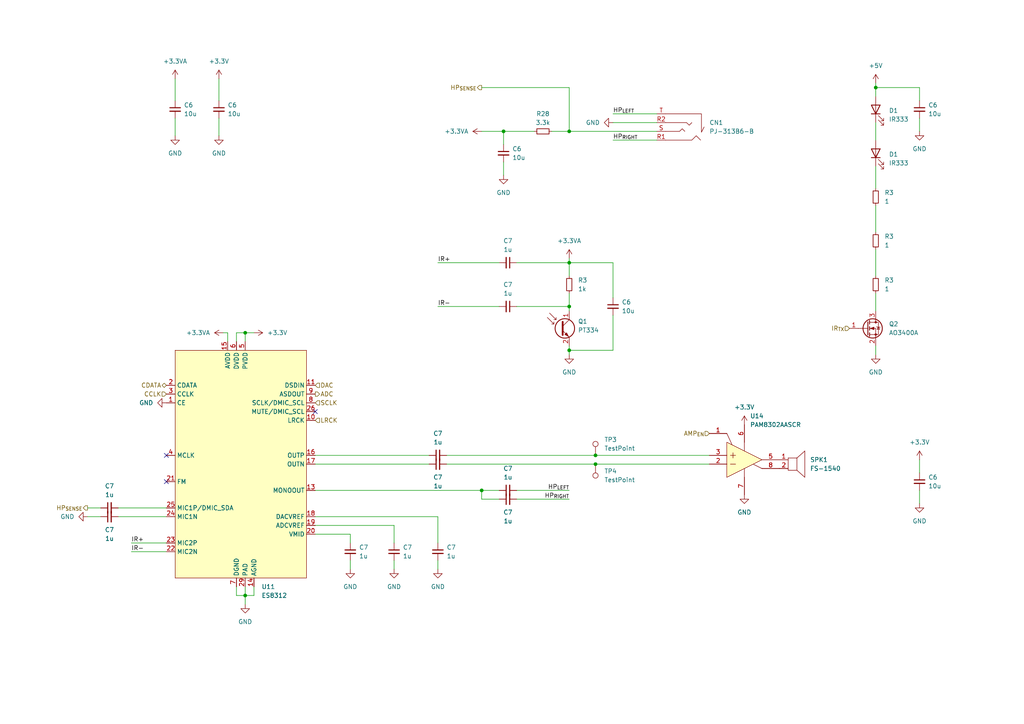
<source format=kicad_sch>
(kicad_sch (version 20230121) (generator eeschema)
  (paper "A4")
  (title_block (title "Křeček") (date "2023-12-20") (rev "v0.9-wip") (company "DDM Spirála"))
  (lib_symbols
    (symbol "Connector:TestPoint" (pin_numbers hide) (pin_names (offset 0.762) hide)
      (property "Reference" "TP" (at 0 6.858 0))
      (property "Value" "TestPoint" (at 0 5.08 0))
      (symbol "TestPoint_0_1"
        (circle (center 0 3.302) (radius 0.762))
      )
      (symbol "TestPoint_1_1"
        (pin passive line (at 0 0 90) (length 2.54) (name "1") (number "1"))
      )
    )
    (symbol "Device:C_Small" (pin_numbers hide) (pin_names (offset 0.254) hide)
      (property "Reference" "C" (at 0.254 1.778 0))
      (property "Value" "C_Small" (at 0.254 -2.032 0))
      (symbol "C_Small_0_1"
        (polyline (pts (xy -1.524 -0.508) (xy 1.524 -0.508)) (stroke (width 0.3302)))
        (polyline (pts (xy -1.524 0.508) (xy 1.524 0.508)) (stroke (width 0.3048)))
      )
      (symbol "C_Small_1_1"
        (pin passive line (at 0 2.54 270) (length 2.032) (name "~") (number "1"))
        (pin passive line (at 0 -2.54 90) (length 2.032) (name "~") (number "2"))
      )
    )
    (symbol "Device:LED" (pin_numbers hide) (pin_names (offset 1.016) hide)
      (property "Reference" "D" (at 0 2.54 0))
      (property "Value" "LED" (at 0 -2.54 0))
      (symbol "LED_0_1"
        (polyline (pts (xy -1.27 -1.27) (xy -1.27 1.27)) (stroke (width 0.254)))
        (polyline (pts (xy -1.27 0) (xy 1.27 0)))
        (polyline (pts (xy 1.27 -1.27) (xy 1.27 1.27) (xy -1.27 0) (xy 1.27 -1.27)) (stroke (width 0.254)))
        (polyline (pts (xy -3.048 -0.762) (xy -4.572 -2.286) (xy -3.81 -2.286) (xy -4.572 -2.286) (xy -4.572 -1.524)))
        (polyline (pts (xy -1.778 -0.762) (xy -3.302 -2.286) (xy -2.54 -2.286) (xy -3.302 -2.286) (xy -3.302 -1.524)))
      )
      (symbol "LED_1_1"
        (pin passive line (at -3.81 0 0) (length 2.54) (name "K") (number "1"))
        (pin passive line (at 3.81 0 180) (length 2.54) (name "A") (number "2"))
      )
    )
    (symbol "Device:Q_Photo_NPN" (pin_names (offset 0) hide)
      (property "Reference" "Q" (at 5.08 1.27 0))
      (property "Value" "Q_Photo_NPN" (at 5.08 -1.27 0))
      (symbol "Q_Photo_NPN_0_1"
        (polyline (pts (xy -1.905 1.27) (xy -2.54 1.27)))
        (polyline (pts (xy -1.27 2.54) (xy -1.905 2.54)))
        (polyline (pts (xy 0.635 0.635) (xy 2.54 2.54)))
        (polyline (pts (xy -3.81 3.175) (xy -1.905 1.27) (xy -1.905 1.905)))
        (polyline (pts (xy -3.175 4.445) (xy -1.27 2.54) (xy -1.27 3.175)))
        (polyline (pts (xy 0.635 -0.635) (xy 2.54 -2.54) (xy 2.54 -2.54)))
        (polyline (pts (xy 0.635 1.905) (xy 0.635 -1.905) (xy 0.635 -1.905)) (stroke (width 0.508)))
        (polyline (pts (xy 1.27 -1.778) (xy 1.778 -1.27) (xy 2.286 -2.286) (xy 1.27 -1.778) (xy 1.27 -1.778)) (fill (type outline)))
        (circle (center 1.27 0) (radius 2.8194) (stroke (width 0.254)))
      )
      (symbol "Q_Photo_NPN_1_1"
        (pin passive line (at 2.54 5.08 270) (length 2.54) (name "C") (number "1"))
        (pin passive line (at 2.54 -5.08 90) (length 2.54) (name "E") (number "2"))
      )
    )
    (symbol "Device:R_Small" (pin_numbers hide) (pin_names (offset 0.254) hide)
      (property "Reference" "R" (at 0.762 0.508 0))
      (property "Value" "R_Small" (at 0.762 -1.016 0))
      (symbol "R_Small_0_1"
        (rectangle (start -0.762 1.778) (end 0.762 -1.778) (stroke (width 0.2032)))
      )
      (symbol "R_Small_1_1"
        (pin passive line (at 0 2.54 270) (length 0.762) (name "~") (number "1"))
        (pin passive line (at 0 -2.54 90) (length 0.762) (name "~") (number "2"))
      )
    )
    (symbol "LCSC:ES8312"
      (property "Reference" "U" (at -10.16 33.02 0))
      (property "Value" "ES8312" (at -10.16 -38.1 0))
      (symbol "ES8312_1_1"
        (rectangle (start -17.78 30.48) (end 20.32 -35.56) (fill (type background)))
        (pin input line (at -20.32 15.24 0) (length 2.54) (name "CE") (number "1"))
        (pin bidirectional line (at 22.86 10.16 180) (length 2.54) (name "LRCK") (number "10"))
        (pin input line (at 22.86 20.32 180) (length 2.54) (name "DSDIN") (number "11"))
        (pin no_connect line (at -20.32 10.16 0) (length 2.54) hide (name "NC") (number "12"))
        (pin output line (at 22.86 -10.16 180) (length 2.54) (name "MONOOUT") (number "13"))
        (pin power_in line (at 5.08 -38.1 90) (length 2.54) (name "AGND") (number "14"))
        (pin power_in line (at -2.54 33.02 270) (length 2.54) (name "AVDD") (number "15"))
        (pin output line (at 22.86 0 180) (length 2.54) (name "OUTP") (number "16"))
        (pin output line (at 22.86 -2.54 180) (length 2.54) (name "OUTN") (number "17"))
        (pin passive line (at 22.86 -17.78 180) (length 2.54) (name "DACVREF") (number "18"))
        (pin passive line (at 22.86 -20.32 180) (length 2.54) (name "ADCVREF") (number "19"))
        (pin bidirectional line (at -20.32 20.32 0) (length 2.54) (name "CDATA") (number "2"))
        (pin passive line (at 22.86 -22.86 180) (length 2.54) (name "VMID") (number "20"))
        (pin input line (at -20.32 -7.62 0) (length 2.54) (name "FM") (number "21"))
        (pin input line (at -20.32 -27.94 0) (length 2.54) (name "MIC2N") (number "22"))
        (pin input line (at -20.32 -25.4 0) (length 2.54) (name "MIC2P") (number "23"))
        (pin input line (at -20.32 -17.78 0) (length 2.54) (name "MIC1N") (number "24"))
        (pin input line (at -20.32 -15.24 0) (length 2.54) (name "MIC1P/DMIC_SDA") (number "25"))
        (pin output line (at 22.86 12.7 180) (length 2.54) (name "MUTE/DMIC_SCL") (number "26"))
        (pin no_connect line (at -20.32 7.62 0) (length 2.54) hide (name "NC") (number "27"))
        (pin no_connect line (at -20.32 5.08 0) (length 2.54) hide (name "NC") (number "28"))
        (pin passive line (at 2.54 -38.1 90) (length 2.54) (name "PAD") (number "29"))
        (pin input line (at -20.32 17.78 0) (length 2.54) (name "CCLK") (number "3"))
        (pin input line (at -20.32 0 0) (length 2.54) (name "MCLK") (number "4"))
        (pin power_in line (at 2.54 33.02 270) (length 2.54) (name "PVDD") (number "5"))
        (pin power_in line (at 0 33.02 270) (length 2.54) (name "DVDD") (number "6"))
        (pin power_in line (at 0 -38.1 90) (length 2.54) (name "DGND") (number "7"))
        (pin bidirectional line (at 22.86 15.24 180) (length 2.54) (name "SCLK/DMIC_SCL") (number "8"))
        (pin output line (at 22.86 17.78 180) (length 2.54) (name "ASDOUT") (number "9"))
      )
    )
    (symbol "LCSC:FS-1540" (pin_names hide)
      (property "Reference" "SPK" (at 0 6.35 0))
      (property "Value" "FS-1540" (at 0 -10.16 0))
      (symbol "FS-1540_0_1"
        (polyline (pts (xy -1.27 -1.78) (xy 1.27 -1.78)))
        (polyline (pts (xy -1.27 1.78) (xy -1.27 -1.78)))
        (polyline (pts (xy -1.27 1.78) (xy 1.27 1.78)))
        (polyline (pts (xy 1.27 -1.78) (xy 3.56 -3.81)))
        (polyline (pts (xy 1.27 1.78) (xy 1.27 -1.78)))
        (polyline (pts (xy 3.56 3.81) (xy 1.27 1.78)))
        (polyline (pts (xy 3.56 3.81) (xy 3.56 -3.81)))
      )
      (symbol "FS-1540_1_1"
        (pin passive line (at -3.81 1.27 0) (length 2.54) (name "+") (number "1"))
        (pin passive line (at -3.81 -1.27 0) (length 2.54) (name "2") (number "2"))
        (pin no_connect line (at 2.54 -5.08 90) (length 3.302) hide (name "3") (number "3"))
        (pin no_connect line (at 0 -5.08 90) (length 3.302) hide (name "4") (number "4"))
      )
    )
    (symbol "LCSC:PAM8302AASCR" (pin_names hide)
      (property "Reference" "U" (at 0 13.97 0))
      (property "Value" "PAM8302AASCR" (at 0 -16.51 0))
      (symbol "PAM8302AASCR_0_1"
        (polyline (pts (xy -4.06 -2.54) (xy -2.54 -2.54)))
        (polyline (pts (xy -4.06 0) (xy -2.54 0)))
        (polyline (pts (xy -3.56 3.05) (xy -5.08 6.35)))
        (polyline (pts (xy -3.3 0.76) (xy -3.3 -0.76)))
        (polyline (pts (xy 0 -3.81) (xy 0 -6.35)))
        (polyline (pts (xy 0 3.81) (xy 0 1.27)))
        (polyline (pts (xy 2.54 -2.54) (xy 5.08 -3.81)))
        (polyline (pts (xy -5.08 -6.35) (xy 5.08 -1.27) (xy -5.08 3.81) (xy -5.08 -6.35)) (fill (type background)))
        (pin output line (at 10.16 -1.27 180) (length 5.08) (name "VO+") (number "5"))
        (pin power_in line (at 0 8.89 270) (length 5.08) (name "VDD") (number "6"))
        (pin power_in line (at 0 -11.43 90) (length 5.08) (name "GND") (number "7"))
      )
      (symbol "PAM8302AASCR_1_1"
        (pin input line (at -10.16 6.35 0) (length 5.08) (name "~{SD}") (number "1"))
        (pin input line (at -10.16 -2.54 0) (length 5.08) (name "IN-") (number "2"))
        (pin input line (at -10.16 0 0) (length 5.08) (name "IN+") (number "3"))
        (pin no_connect line (at -10.16 -8.89 0) (length 5.08) hide (name "NC") (number "8"))
        (pin output line (at 10.16 -3.81 180) (length 5.08) (name "VO-") (number "8"))
      )
    )
    (symbol "LCSC:PJ-313B6-B" (pin_names hide)
      (property "Reference" "CN" (at 0 7.62 0))
      (property "Value" "PJ-313B6-B" (at 0 -10.16 0))
      (symbol "PJ-313B6-B_0_1"
        (polyline (pts (xy 0 -5.08) (xy -7.62 -5.08) (xy -8.89 -3.81) (xy -10.16 -5.08)))
        (polyline (pts (xy 0 -2.54) (xy -4.06 -2.54) (xy -4.83 -1.78) (xy -5.59 -2.54)))
        (polyline (pts (xy 0 0) (xy -6.1 0) (xy -6.86 -0.76) (xy -7.62 0)))
        (polyline (pts (xy 0 2.54) (xy -10.41 2.54) (xy -10.41 -2.79) (xy -11.18 -1.27)))
      )
      (symbol "PJ-313B6-B_1_1"
        (pin passive line (at 2.54 -5.08 180) (length 2.54) (name "~") (number "R1"))
        (pin passive line (at 2.54 0 180) (length 2.54) (name "~") (number "R2"))
        (pin passive line (at 2.54 -2.54 180) (length 2.54) (name "~") (number "S"))
        (pin passive line (at 2.54 2.54 180) (length 2.54) (name "~") (number "T"))
      )
    )
    (symbol "Transistor_FET:AO3400A" (pin_names hide)
      (property "Reference" "Q" (at 5.08 1.905 0))
      (property "Value" "AO3400A" (at 5.08 0 0))
      (symbol "AO3400A_0_1"
        (polyline (pts (xy 0.254 0) (xy -2.54 0)))
        (polyline (pts (xy 0.254 1.905) (xy 0.254 -1.905)) (stroke (width 0.254)))
        (polyline (pts (xy 0.762 -1.27) (xy 0.762 -2.286)) (stroke (width 0.254)))
        (polyline (pts (xy 0.762 0.508) (xy 0.762 -0.508)) (stroke (width 0.254)))
        (polyline (pts (xy 0.762 2.286) (xy 0.762 1.27)) (stroke (width 0.254)))
        (polyline (pts (xy 2.54 2.54) (xy 2.54 1.778)))
        (polyline (pts (xy 2.54 -2.54) (xy 2.54 0) (xy 0.762 0)))
        (polyline (pts (xy 0.762 -1.778) (xy 3.302 -1.778) (xy 3.302 1.778) (xy 0.762 1.778)))
        (polyline (pts (xy 1.016 0) (xy 2.032 0.381) (xy 2.032 -0.381) (xy 1.016 0)) (fill (type outline)))
        (polyline (pts (xy 2.794 0.508) (xy 2.921 0.381) (xy 3.683 0.381) (xy 3.81 0.254)))
        (polyline (pts (xy 3.302 0.381) (xy 2.921 -0.254) (xy 3.683 -0.254) (xy 3.302 0.381)))
        (circle (center 1.651 0) (radius 2.794) (stroke (width 0.254)))
        (circle (center 2.54 -1.778) (radius 0.254) (fill (type outline)))
        (circle (center 2.54 1.778) (radius 0.254) (fill (type outline)))
      )
      (symbol "AO3400A_1_1"
        (pin input line (at -5.08 0 0) (length 2.54) (name "G") (number "1"))
        (pin passive line (at 2.54 -5.08 90) (length 2.54) (name "S") (number "2"))
        (pin passive line (at 2.54 5.08 270) (length 2.54) (name "D") (number "3"))
      )
    )
    (symbol "power:+3.3V" (power) (pin_names (offset 0))
      (property "Value" "+3.3V" (at 0 3.556 0))
      (symbol "+3.3V_0_1"
        (polyline (pts (xy -0.762 1.27) (xy 0 2.54)))
        (polyline (pts (xy 0 0) (xy 0 2.54)))
        (polyline (pts (xy 0 2.54) (xy 0.762 1.27)))
      )
      (symbol "+3.3V_1_1"
        (pin power_in line (at 0 0 90) (length 0) hide (name "+3.3V") (number "1"))
      )
    )
    (symbol "power:+3.3VA" (power) (pin_names (offset 0))
      (property "Value" "+3.3VA" (at 0 3.556 0))
      (symbol "+3.3VA_0_1"
        (polyline (pts (xy -0.762 1.27) (xy 0 2.54)))
        (polyline (pts (xy 0 0) (xy 0 2.54)))
        (polyline (pts (xy 0 2.54) (xy 0.762 1.27)))
      )
      (symbol "+3.3VA_1_1"
        (pin power_in line (at 0 0 90) (length 0) hide (name "+3.3VA") (number "1"))
      )
    )
    (symbol "power:+5V" (power) (pin_names (offset 0))
      (property "Value" "+5V" (at 0 3.556 0))
      (symbol "+5V_0_1"
        (polyline (pts (xy -0.762 1.27) (xy 0 2.54)))
        (polyline (pts (xy 0 0) (xy 0 2.54)))
        (polyline (pts (xy 0 2.54) (xy 0.762 1.27)))
      )
      (symbol "+5V_1_1"
        (pin power_in line (at 0 0 90) (length 0) hide (name "+5V") (number "1"))
      )
    )
    (symbol "power:GND" (power) (pin_names (offset 0))
      (property "Value" "GND" (at 0 -3.81 0))
      (symbol "GND_0_1"
        (polyline (pts (xy 0 0) (xy 0 -1.27) (xy 1.27 -1.27) (xy 0 -2.54) (xy -1.27 -1.27) (xy 0 -1.27)))
      )
      (symbol "GND_1_1"
        (pin power_in line (at 0 0 270) (length 0) hide (name "GND") (number "1"))
      )
    )
  )
  (junction (at 165.1 76.2))
  (junction (at 165.1 101.6))
  (junction (at 254 25.4))
  (junction (at 71.12 96.52))
  (junction (at 139.7 142.24))
  (junction (at 71.12 172.72))
  (junction (at 146.05 38.1))
  (junction (at 165.1 88.9))
  (junction (at 165.1 38.1))
  (junction (at 172.72 132.08))
  (junction (at 172.72 134.62))
  (no_connect (at 48.26 139.7))
  (no_connect (at 91.44 119.38))
  (no_connect (at 48.26 132.08))
  (wire (pts (xy 127 88.9) (xy 144.78 88.9)))
  (wire (pts (xy 38.1 157.48) (xy 48.26 157.48)))
  (wire (pts (xy 149.86 142.24) (xy 165.1 142.24)))
  (wire (pts (xy 50.8 34.29) (xy 50.8 39.37)))
  (wire (pts (xy 266.7 25.4) (xy 266.7 29.21)))
  (wire (pts (xy 254 72.39) (xy 254 80.01)))
  (wire (pts (xy 66.04 96.52) (xy 66.04 99.06)))
  (wire (pts (xy 165.1 85.09) (xy 165.1 88.9)))
  (wire (pts (xy 149.86 144.78) (xy 165.1 144.78)))
  (wire (pts (xy 266.7 142.24) (xy 266.7 146.05)))
  (wire (pts (xy 34.29 149.86) (xy 48.26 149.86)))
  (wire (pts (xy 25.4 149.86) (xy 29.21 149.86)))
  (wire (pts (xy 254 59.69) (xy 254 67.31)))
  (wire (pts (xy 254 25.4) (xy 266.7 25.4)))
  (wire (pts (xy 165.1 102.87) (xy 165.1 101.6)))
  (wire (pts (xy 129.54 134.62) (xy 172.72 134.62)))
  (wire (pts (xy 114.3 157.48) (xy 114.3 152.4)))
  (wire (pts (xy 165.1 88.9) (xy 149.86 88.9)))
  (wire (pts (xy 91.44 142.24) (xy 139.7 142.24)))
  (wire (pts (xy 68.58 172.72) (xy 71.12 172.72)))
  (wire (pts (xy 127 149.86) (xy 127 157.48)))
  (wire (pts (xy 25.4 147.32) (xy 29.21 147.32)))
  (wire (pts (xy 50.8 22.86) (xy 50.8 29.21)))
  (wire (pts (xy 165.1 76.2) (xy 149.86 76.2)))
  (wire (pts (xy 139.7 38.1) (xy 146.05 38.1)))
  (wire (pts (xy 177.8 91.44) (xy 177.8 101.6)))
  (wire (pts (xy 139.7 144.78) (xy 144.78 144.78)))
  (wire (pts (xy 63.5 34.29) (xy 63.5 39.37)))
  (wire (pts (xy 91.44 152.4) (xy 114.3 152.4)))
  (wire (pts (xy 63.5 22.86) (xy 63.5 29.21)))
  (wire (pts (xy 177.8 40.64) (xy 190.5 40.64)))
  (wire (pts (xy 254 100.33) (xy 254 102.87)))
  (wire (pts (xy 73.66 96.52) (xy 71.12 96.52)))
  (wire (pts (xy 146.05 46.99) (xy 146.05 50.8)))
  (wire (pts (xy 114.3 165.1) (xy 114.3 162.56)))
  (wire (pts (xy 139.7 142.24) (xy 139.7 144.78)))
  (wire (pts (xy 165.1 100.33) (xy 165.1 101.6)))
  (wire (pts (xy 101.6 154.94) (xy 91.44 154.94)))
  (wire (pts (xy 139.7 142.24) (xy 144.78 142.24)))
  (wire (pts (xy 177.8 33.02) (xy 190.5 33.02)))
  (wire (pts (xy 64.77 96.52) (xy 66.04 96.52)))
  (wire (pts (xy 127 165.1) (xy 127 162.56)))
  (wire (pts (xy 71.12 172.72) (xy 73.66 172.72)))
  (wire (pts (xy 177.8 101.6) (xy 165.1 101.6)))
  (wire (pts (xy 165.1 38.1) (xy 165.1 25.4)))
  (wire (pts (xy 172.72 134.62) (xy 205.74 134.62)))
  (wire (pts (xy 172.72 132.08) (xy 205.74 132.08)))
  (wire (pts (xy 165.1 76.2) (xy 165.1 80.01)))
  (wire (pts (xy 254 24.13) (xy 254 25.4)))
  (wire (pts (xy 68.58 172.72) (xy 68.58 170.18)))
  (wire (pts (xy 165.1 38.1) (xy 190.5 38.1)))
  (wire (pts (xy 160.02 38.1) (xy 165.1 38.1)))
  (wire (pts (xy 254 35.56) (xy 254 40.64)))
  (wire (pts (xy 71.12 175.26) (xy 71.12 172.72)))
  (wire (pts (xy 71.12 170.18) (xy 71.12 172.72)))
  (wire (pts (xy 91.44 134.62) (xy 124.46 134.62)))
  (wire (pts (xy 38.1 160.02) (xy 48.26 160.02)))
  (wire (pts (xy 165.1 88.9) (xy 165.1 90.17)))
  (wire (pts (xy 101.6 165.1) (xy 101.6 162.56)))
  (wire (pts (xy 146.05 38.1) (xy 146.05 41.91)))
  (wire (pts (xy 254 25.4) (xy 254 27.94)))
  (wire (pts (xy 139.7 25.4) (xy 165.1 25.4)))
  (wire (pts (xy 129.54 132.08) (xy 172.72 132.08)))
  (wire (pts (xy 177.8 35.56) (xy 190.5 35.56)))
  (wire (pts (xy 101.6 157.48) (xy 101.6 154.94)))
  (wire (pts (xy 73.66 172.72) (xy 73.66 170.18)))
  (wire (pts (xy 254 48.26) (xy 254 54.61)))
  (wire (pts (xy 177.8 86.36) (xy 177.8 76.2)))
  (wire (pts (xy 91.44 149.86) (xy 127 149.86)))
  (wire (pts (xy 71.12 96.52) (xy 71.12 99.06)))
  (wire (pts (xy 91.44 132.08) (xy 124.46 132.08)))
  (wire (pts (xy 68.58 96.52) (xy 68.58 99.06)))
  (wire (pts (xy 127 76.2) (xy 144.78 76.2)))
  (wire (pts (xy 34.29 147.32) (xy 48.26 147.32)))
  (wire (pts (xy 177.8 76.2) (xy 165.1 76.2)))
  (wire (pts (xy 68.58 96.52) (xy 71.12 96.52)))
  (wire (pts (xy 266.7 34.29) (xy 266.7 38.1)))
  (wire (pts (xy 254 85.09) (xy 254 90.17)))
  (wire (pts (xy 146.05 38.1) (xy 154.94 38.1)))
  (wire (pts (xy 266.7 133.35) (xy 266.7 137.16)))
  (wire (pts (xy 165.1 74.93) (xy 165.1 76.2)))
  (label "HP_{LEFT}" (at 177.8 33.02 0))
  (label "HP_{LEFT}" (at 165.1 142.24 180))
  (label "IR+" (at 38.1 157.48 0))
  (label "IR-" (at 38.1 160.02 0))
  (label "HP_{RIGHT}" (at 177.8 40.64 0))
  (label "IR+" (at 127 76.2 0))
  (label "IR-" (at 127 88.9 0))
  (label "HP_{RIGHT}" (at 165.1 144.78 180))
  (hierarchical_label "AMP_{EN}" (shape input) (at 205.74 125.73 180))
  (hierarchical_label "SCLK" (shape input) (at 91.44 116.84 0))
  (hierarchical_label "CCLK" (shape input) (at 48.26 114.3 180))
  (hierarchical_label "DAC" (shape input) (at 91.44 111.76 0))
  (hierarchical_label "ADC" (shape output) (at 91.44 114.3 0))
  (hierarchical_label "CDATA" (shape bidirectional) (at 48.26 111.76 180))
  (hierarchical_label "LRCK" (shape input) (at 91.44 121.92 0))
  (hierarchical_label "HP_{SENSE}" (shape output) (at 139.7 25.4 180))
  (hierarchical_label "HP_{SENSE}" (shape output) (at 25.4 147.32 180))
  (hierarchical_label "IR_{TX}" (shape input) (at 246.38 95.25 180))
  (symbol (lib_id "Device:C_Small") (at 31.75 149.86 90) (unit 1)
    (property "Reference" "C7" (at 31.7563 153.67 90))
    (property "Value" "1u" (at 31.7563 156.21 90))
    (property "Footprint" "Capacitor_SMD:C_0402_1005Metric" (effects hide))
    (property "LCSC Part" "C52923" (effects hide))
    (instances (project "barbecue" (path "" (reference "C7") (unit 1))) (project "bento-vna" (path "" (reference "C3") (unit 1))) (project "pipi" (path "" (reference "C3") (unit 1)) (path "" (reference "C3") (unit 1)) (path "" (reference "C3") (unit 1))) (project "pipi" (path "" (reference "C3") (unit 1)) (path "" (reference "C38") (unit 1))) (project "krecek-0.9" (path "" (reference "C57") (unit 1))))
  )
  (symbol (lib_id "Device:C_Small") (at 266.7 31.75 0) (mirror y) (unit 1)
    (property "Reference" "C6" (at 269.24 30.4863 0) (effects (justify right)))
    (property "Value" "10u" (at 269.24 33.0263 0) (effects (justify right)))
    (property "Footprint" "Capacitor_SMD:C_0402_1005Metric" (effects hide))
    (property "LCSC Part" "C15525" (effects hide))
    (instances (project "barbecue" (path "" (reference "C6") (unit 1))) (project "bento-vna" (path "" (reference "C2") (unit 1))) (project "pipi" (path "" (reference "C2") (unit 1)) (path "" (reference "C2") (unit 1)) (path "" (reference "C2") (unit 1))) (project "pipi" (path "" (reference "C2") (unit 1))) (project "krecek-0.9" (path "" (reference "C46") (unit 1))))
  )
  (symbol (lib_id "power:+3.3VA") (at 50.8 22.86 0) (unit 1)
    (property "Reference" "#PWR057" (effects hide))
    (property "Value" "+3.3VA" (at 50.8 17.78 0))
  )
  (symbol (lib_id "power:+3.3V") (at 266.7 133.35 0) (unit 1)
    (property "Reference" "#PWR073" (effects hide))
    (property "Value" "+3.3V" (at 266.7 128.27 0))
  )
  (symbol (lib_id "power:+3.3VA") (at 165.1 74.93 0) (unit 1)
    (property "Reference" "#PWR066" (effects hide))
    (property "Value" "+3.3VA" (at 165.1 69.85 0))
  )
  (symbol (lib_id "power:+3.3VA") (at 139.7 38.1 90) (unit 1)
    (property "Reference" "#PWR061" (effects hide))
    (property "Value" "+3.3VA" (at 135.89 38.1 90) (effects (justify left)))
  )
  (symbol (lib_id "Transistor_FET:AO3400A") (at 251.46 95.25 0) (unit 1)
    (property "Reference" "Q2" (at 257.81 93.98 0) (effects (justify left)))
    (property "Value" "AO3400A" (at 257.81 96.52 0) (effects (justify left)))
    (property "Footprint" "Package_TO_SOT_SMD:SOT-23" (effects hide))
    (property "Datasheet" "http://www.aosmd.com/pdfs/datasheet/AO3400A.pdf" (effects hide))
    (property "LCSC Part" "C20917" (effects hide))
    (instances (project "pipi" (path "" (reference "Q2") (unit 1)) (path "" (reference "Q2") (unit 1))) (project "krecek-0.9" (path "" (reference "Q8") (unit 1))))
  )
  (symbol (lib_id "power:GND") (at 101.6 165.1 0) (unit 1)
    (property "Reference" "#PWR064" (effects hide))
    (property "Value" "GND" (at 101.6 170.18 0))
    (instances (project "pipi" (path "" (reference "#PWR064") (unit 1))) (project "krecek-0.9" (path "" (reference "#PWR077") (unit 1))))
  )
  (symbol (lib_id "Connector:TestPoint") (at 172.72 132.08 0) (unit 1)
    (property "Reference" "TP3" (at 175.26 127.508 0) (effects (justify left)))
    (property "Value" "TestPoint" (at 175.26 130.048 0) (effects (justify left)))
    (property "Footprint" "TestPoint:TestPoint_Pad_D1.0mm" (effects hide))
  )
  (symbol (lib_id "power:GND") (at 50.8 39.37 0) (mirror y) (unit 1)
    (property "Reference" "#PWR056" (effects hide))
    (property "Value" "GND" (at 50.8 44.45 0))
    (instances (project "pipi" (path "" (reference "#PWR056") (unit 1))) (project "krecek-0.9" (path "" (reference "#PWR063") (unit 1))))
  )
  (symbol (lib_id "power:+5V") (at 254 24.13 0) (unit 1)
    (property "Reference" "#PWR059" (effects hide))
    (property "Value" "+5V" (at 254 19.05 0))
  )
  (symbol (lib_id "power:GND") (at 215.9 143.51 0) (unit 1)
    (property "Reference" "#PWR074" (effects hide))
    (property "Value" "GND" (at 215.9 148.59 0))
  )
  (symbol (lib_id "LCSC:PAM8302AASCR") (at 215.9 132.08 0) (unit 1)
    (property "Reference" "U14" (at 217.5511 120.65 0) (effects (justify left)))
    (property "Value" "PAM8302AASCR" (at 217.5511 123.19 0) (effects (justify left)))
    (property "Footprint" "LCSC:MSOP-8_L3.0-W3.0-P0.65-LS5.0-BL" (effects hide))
    (property "Datasheet" "https://lcsc.com/product-detail/Audio-OpAmps_DIODES_PAM8302AASCR_PAM8302AASCR_C113367.html" (effects hide))
    (property "LCSC Part" "C113367" (effects hide))
  )
  (symbol (lib_id "LCSC:ES8312") (at 68.58 132.08 0) (unit 1)
    (property "Reference" "U11" (at 75.8541 170.18 0) (effects (justify left)))
    (property "Value" "ES8312" (at 75.8541 172.72 0) (effects (justify left)))
    (property "Footprint" "LCSC:VQFN-28_L4.0-W4.0-P0.45-TL-EP2.6" (effects hide))
    (property "LCSC Part" "C5145125" (effects hide))
  )
  (symbol (lib_id "Device:C_Small") (at 147.32 76.2 270) (unit 1)
    (property "Reference" "C7" (at 147.3136 69.85 90))
    (property "Value" "1u" (at 147.3136 72.39 90))
    (property "Footprint" "Capacitor_SMD:C_0402_1005Metric" (effects hide))
    (property "LCSC Part" "C52923" (effects hide))
    (instances (project "barbecue" (path "" (reference "C7") (unit 1))) (project "bento-vna" (path "" (reference "C3") (unit 1))) (project "pipi" (path "" (reference "C3") (unit 1)) (path "" (reference "C3") (unit 1)) (path "" (reference "C3") (unit 1))) (project "pipi" (path "" (reference "C3") (unit 1)) (path "" (reference "C38") (unit 1))) (project "krecek-0.9" (path "" (reference "C48") (unit 1))))
  )
  (symbol (lib_id "Device:C_Small") (at 147.32 144.78 90) (mirror x) (unit 1)
    (property "Reference" "C7" (at 147.3263 148.59 90))
    (property "Value" "1u" (at 147.3263 151.13 90))
    (property "Footprint" "Capacitor_SMD:C_0402_1005Metric" (effects hide))
    (property "LCSC" "C52923" (effects hide))
    (instances (project "barbecue" (path "" (reference "C7") (unit 1))) (project "bento-vna" (path "" (reference "C3") (unit 1))) (project "pipi" (path "" (reference "C3") (unit 1)) (path "" (reference "C3") (unit 1)) (path "" (reference "C3") (unit 1))) (project "pipi" (path "" (reference "C3") (unit 1)) (path "" (reference "C33") (unit 1))) (project "krecek-0.9" (path "" (reference "C55") (unit 1))))
  )
  (symbol (lib_id "Connector:TestPoint") (at 172.72 134.62 180) (unit 1)
    (property "Reference" "TP4" (at 175.26 136.652 0) (effects (justify right)))
    (property "Value" "TestPoint" (at 175.26 139.192 0) (effects (justify right)))
    (property "Footprint" "TestPoint:TestPoint_Pad_D1.0mm" (effects hide))
  )
  (symbol (lib_id "power:GND") (at 127 165.1 0) (unit 1)
    (property "Reference" "#PWR066" (effects hide))
    (property "Value" "GND" (at 127 170.18 0))
    (instances (project "pipi" (path "" (reference "#PWR066") (unit 1))) (project "krecek-0.9" (path "" (reference "#PWR079") (unit 1))))
  )
  (symbol (lib_id "power:+3.3V") (at 215.9 123.19 0) (unit 1)
    (property "Reference" "#PWR072" (effects hide))
    (property "Value" "+3.3V" (at 215.9 118.11 0))
  )
  (symbol (lib_id "power:GND") (at 254 102.87 0) (unit 1)
    (property "Reference" "#PWR042" (effects hide))
    (property "Value" "GND" (at 254 107.95 0))
    (instances (project "pipi" (path "" (reference "#PWR042") (unit 1)) (path "" (reference "#PWR036") (unit 1))) (project "krecek-0.9" (path "" (reference "#PWR070") (unit 1))))
  )
  (symbol (lib_id "Device:Q_Photo_NPN") (at 162.56 95.25 0) (unit 1)
    (property "Reference" "Q1" (at 167.64 93.2307 0) (effects (justify left)))
    (property "Value" "PT334" (at 167.64 95.7707 0) (effects (justify left)))
    (property "Footprint" "LED_THT:LED_D5.0mm_Horizontal_O1.27mm_Z3.0mm_IRBlack" (effects hide))
    (instances (project "pipi" (path "" (reference "Q1") (unit 1)) (path "" (reference "Q1") (unit 1))) (project "krecek-0.9" (path "" (reference "Q7") (unit 1))))
  )
  (symbol (lib_id "LCSC:FS-1540") (at 229.87 134.62 0) (unit 1)
    (property "Reference" "SPK1" (at 234.95 133.35 0) (effects (justify left)))
    (property "Value" "FS-1540" (at 234.95 135.89 0) (effects (justify left)))
    (property "Footprint" "LCSC:BUZ-SMD_5P-L15.0-W15.0-P13.7-BL" (effects hide))
    (property "LCSC Part" "C482341" (effects hide))
  )
  (symbol (lib_id "Device:R_Small") (at 254 82.55 0) (mirror y) (unit 1)
    (property "Reference" "R3" (at 256.54 81.28 0) (effects (justify right)))
    (property "Value" "1" (at 256.54 83.82 0) (effects (justify right)))
    (property "Footprint" "Resistor_SMD:R_1206_3216Metric" (effects hide))
    (property "LCSC Part" "C17928" (effects hide))
    (instances (project "barbecue" (path "" (reference "R3") (unit 1))) (project "bento-vna" (path "" (reference "R6") (unit 1))) (project "pipi" (path "" (reference "R7") (unit 1)) (path "" (reference "R7") (unit 1)) (path "" (reference "R8") (unit 1))) (project "pipi" (path "" (reference "R40") (unit 1)) (path "" (reference "R21") (unit 1))) (project "krecek-0.9" (path "" (reference "R32") (unit 1))))
  )
  (symbol (lib_id "Device:C_Small") (at 127 132.08 90) (mirror x) (unit 1)
    (property "Reference" "C7" (at 127.0063 125.73 90))
    (property "Value" "1u" (at 127.0063 128.27 90))
    (property "Footprint" "Capacitor_SMD:C_0402_1005Metric" (effects hide))
    (property "LCSC" "C52923" (effects hide))
    (instances (project "barbecue" (path "" (reference "C7") (unit 1))) (project "bento-vna" (path "" (reference "C3") (unit 1))) (project "pipi" (path "" (reference "C3") (unit 1)) (path "" (reference "C3") (unit 1)) (path "" (reference "C3") (unit 1))) (project "pipi" (path "" (reference "C3") (unit 1)) (path "" (reference "C33") (unit 1))) (project "krecek-0.9" (path "" (reference "C51") (unit 1))))
  )
  (symbol (lib_id "power:GND") (at 71.12 175.26 0) (unit 1)
    (property "Reference" "#PWR080" (effects hide))
    (property "Value" "GND" (at 71.12 180.34 0))
  )
  (symbol (lib_id "Device:C_Small") (at 127 160.02 0) (mirror y) (unit 1)
    (property "Reference" "C7" (at 129.54 158.7563 0) (effects (justify right)))
    (property "Value" "1u" (at 129.54 161.2963 0) (effects (justify right)))
    (property "Footprint" "Capacitor_SMD:C_0402_1005Metric" (effects hide))
    (property "LCSC Part" "C52923" (effects hide))
    (instances (project "barbecue" (path "" (reference "C7") (unit 1))) (project "bento-vna" (path "" (reference "C3") (unit 1))) (project "pipi" (path "" (reference "C3") (unit 1)) (path "" (reference "C3") (unit 1)) (path "" (reference "C3") (unit 1))) (project "pipi" (path "" (reference "C3") (unit 1)) (path "" (reference "C40") (unit 1))) (project "krecek-0.9" (path "" (reference "C60") (unit 1))))
  )
  (symbol (lib_id "LCSC:PJ-313B6-B") (at 193.04 35.56 0) (mirror y) (unit 1)
    (property "Reference" "CN1" (at 205.74 35.56 0) (effects (justify right)))
    (property "Value" "PJ-313B6-B" (at 205.74 38.1 0) (effects (justify right)))
    (property "Footprint" "LCSC:AUDIO-TH_PJ-313B6-B" (effects hide))
    (property "Datasheet" "https://lcsc.com/product-detail/Audio-Video-Connectors_XKB-Connectivity-PJ-313B6-B_C500087.html" (effects hide))
    (property "LCSC Part" "C500087" (effects hide))
  )
  (symbol (lib_id "Device:R_Small") (at 254 69.85 0) (mirror y) (unit 1)
    (property "Reference" "R3" (at 256.54 68.58 0) (effects (justify right)))
    (property "Value" "1" (at 256.54 71.12 0) (effects (justify right)))
    (property "Footprint" "Resistor_SMD:R_1206_3216Metric" (effects hide))
    (property "LCSC Part" "C17928" (effects hide))
    (instances (project "barbecue" (path "" (reference "R3") (unit 1))) (project "bento-vna" (path "" (reference "R6") (unit 1))) (project "pipi" (path "" (reference "R7") (unit 1)) (path "" (reference "R7") (unit 1)) (path "" (reference "R8") (unit 1))) (project "pipi" (path "" (reference "R40") (unit 1)) (path "" (reference "R21") (unit 1))) (project "krecek-0.9" (path "" (reference "R30") (unit 1))))
  )
  (symbol (lib_id "power:+3.3V") (at 73.66 96.52 270) (unit 1)
    (property "Reference" "#PWR068" (effects hide))
    (property "Value" "+3.3V" (at 77.47 96.52 90) (effects (justify left)))
  )
  (symbol (lib_id "Device:C_Small") (at 177.8 88.9 0) (mirror y) (unit 1)
    (property "Reference" "C6" (at 180.34 87.6363 0) (effects (justify right)))
    (property "Value" "10u" (at 180.34 90.1763 0) (effects (justify right)))
    (property "Footprint" "Capacitor_SMD:C_0402_1005Metric" (effects hide))
    (property "LCSC Part" "C15525" (effects hide))
    (instances (project "barbecue" (path "" (reference "C6") (unit 1))) (project "bento-vna" (path "" (reference "C2") (unit 1))) (project "pipi" (path "" (reference "C2") (unit 1)) (path "" (reference "C2") (unit 1)) (path "" (reference "C2") (unit 1))) (project "pipi" (path "" (reference "C2") (unit 1))) (project "krecek-0.9" (path "" (reference "C50") (unit 1))))
  )
  (symbol (lib_id "power:GND") (at 266.7 38.1 0) (unit 1)
    (property "Reference" "#PWR042" (effects hide))
    (property "Value" "GND" (at 266.7 43.18 0))
    (instances (project "pipi" (path "" (reference "#PWR042") (unit 1)) (path "" (reference "#PWR036") (unit 1))) (project "krecek-0.9" (path "" (reference "#PWR062") (unit 1))))
  )
  (symbol (lib_id "power:GND") (at 146.05 50.8 0) (unit 1)
    (property "Reference" "#PWR065" (effects hide))
    (property "Value" "GND" (at 146.05 55.88 0))
  )
  (symbol (lib_id "Device:C_Small") (at 147.32 88.9 270) (mirror x) (unit 1)
    (property "Reference" "C7" (at 147.3136 82.55 90))
    (property "Value" "1u" (at 147.3136 85.09 90))
    (property "Footprint" "Capacitor_SMD:C_0402_1005Metric" (effects hide))
    (property "LCSC Part" "C52923" (effects hide))
    (instances (project "barbecue" (path "" (reference "C7") (unit 1))) (project "bento-vna" (path "" (reference "C3") (unit 1))) (project "pipi" (path "" (reference "C3") (unit 1)) (path "" (reference "C3") (unit 1)) (path "" (reference "C3") (unit 1))) (project "pipi" (path "" (reference "C3") (unit 1)) (path "" (reference "C38") (unit 1))) (project "krecek-0.9" (path "" (reference "C49") (unit 1))))
  )
  (symbol (lib_id "Device:C_Small") (at 101.6 160.02 0) (mirror y) (unit 1)
    (property "Reference" "C7" (at 104.14 158.7563 0) (effects (justify right)))
    (property "Value" "1u" (at 104.14 161.2963 0) (effects (justify right)))
    (property "Footprint" "Capacitor_SMD:C_0402_1005Metric" (effects hide))
    (property "LCSC Part" "C52923" (effects hide))
    (instances (project "barbecue" (path "" (reference "C7") (unit 1))) (project "bento-vna" (path "" (reference "C3") (unit 1))) (project "pipi" (path "" (reference "C3") (unit 1)) (path "" (reference "C3") (unit 1)) (path "" (reference "C3") (unit 1))) (project "pipi" (path "" (reference "C3") (unit 1)) (path "" (reference "C38") (unit 1))) (project "krecek-0.9" (path "" (reference "C58") (unit 1))))
  )
  (symbol (lib_id "power:GND") (at 48.26 116.84 270) (unit 1)
    (property "Reference" "#PWR071" (effects hide))
    (property "Value" "GND" (at 44.45 116.84 90) (effects (justify right)))
  )
  (symbol (lib_id "Device:R_Small") (at 254 57.15 0) (mirror y) (unit 1)
    (property "Reference" "R3" (at 256.54 55.88 0) (effects (justify right)))
    (property "Value" "1" (at 256.54 58.42 0) (effects (justify right)))
    (property "Footprint" "Resistor_SMD:R_1206_3216Metric" (effects hide))
    (property "LCSC Part" "C17928" (effects hide))
    (instances (project "barbecue" (path "" (reference "R3") (unit 1))) (project "bento-vna" (path "" (reference "R6") (unit 1))) (project "pipi" (path "" (reference "R7") (unit 1)) (path "" (reference "R7") (unit 1)) (path "" (reference "R8") (unit 1))) (project "pipi" (path "" (reference "R40") (unit 1)) (path "" (reference "R21") (unit 1))) (project "krecek-0.9" (path "" (reference "R29") (unit 1))))
  )
  (symbol (lib_id "power:GND") (at 165.1 102.87 0) (mirror y) (unit 1)
    (property "Reference" "#PWR068" (effects hide))
    (property "Value" "GND" (at 165.1 107.95 0))
    (instances (project "pipi" (path "" (reference "#PWR068") (unit 1))) (project "krecek-0.9" (path "" (reference "#PWR069") (unit 1))))
  )
  (symbol (lib_id "Device:C_Small") (at 147.32 142.24 90) (mirror x) (unit 1)
    (property "Reference" "C7" (at 147.3263 135.89 90))
    (property "Value" "1u" (at 147.3263 138.43 90))
    (property "Footprint" "Capacitor_SMD:C_0402_1005Metric" (effects hide))
    (property "LCSC" "C52923" (effects hide))
    (instances (project "barbecue" (path "" (reference "C7") (unit 1))) (project "bento-vna" (path "" (reference "C3") (unit 1))) (project "pipi" (path "" (reference "C3") (unit 1)) (path "" (reference "C3") (unit 1)) (path "" (reference "C3") (unit 1))) (project "pipi" (path "" (reference "C3") (unit 1)) (path "" (reference "C33") (unit 1))) (project "krecek-0.9" (path "" (reference "C54") (unit 1))))
  )
  (symbol (lib_id "Device:R_Small") (at 165.1 82.55 0) (mirror y) (unit 1)
    (property "Reference" "R3" (at 167.64 81.28 0) (effects (justify right)))
    (property "Value" "1k" (at 167.64 83.82 0) (effects (justify right)))
    (property "Footprint" "Resistor_SMD:R_0402_1005Metric" (effects hide))
    (property "LCSC Part" "C11702" (effects hide))
    (instances (project "barbecue" (path "" (reference "R3") (unit 1))) (project "bento-vna" (path "" (reference "R8") (unit 1))) (project "pipi" (path "" (reference "R9") (unit 1)) (path "" (reference "R9") (unit 1)) (path "" (reference "R9") (unit 1))) (project "pipi" (path "" (reference "R2") (unit 1)) (path "" (reference "R35") (unit 1))) (project "krecek-0.9" (path "" (reference "R31") (unit 1))))
  )
  (symbol (lib_id "Device:C_Small") (at 146.05 44.45 0) (mirror y) (unit 1)
    (property "Reference" "C6" (at 148.59 43.1863 0) (effects (justify right)))
    (property "Value" "10u" (at 148.59 45.7263 0) (effects (justify right)))
    (property "Footprint" "Capacitor_SMD:C_0402_1005Metric" (effects hide))
    (property "LCSC Part" "C15525" (effects hide))
    (instances (project "barbecue" (path "" (reference "C6") (unit 1))) (project "bento-vna" (path "" (reference "C2") (unit 1))) (project "pipi" (path "" (reference "C2") (unit 1)) (path "" (reference "C2") (unit 1)) (path "" (reference "C2") (unit 1))) (project "pipi" (path "" (reference "C2") (unit 1))) (project "krecek-0.9" (path "" (reference "C47") (unit 1))))
  )
  (symbol (lib_id "Device:C_Small") (at 127 134.62 90) (mirror x) (unit 1)
    (property "Reference" "C7" (at 127.0063 138.43 90))
    (property "Value" "1u" (at 127.0063 140.97 90))
    (property "Footprint" "Capacitor_SMD:C_0402_1005Metric" (effects hide))
    (property "LCSC" "C52923" (effects hide))
    (instances (project "barbecue" (path "" (reference "C7") (unit 1))) (project "bento-vna" (path "" (reference "C3") (unit 1))) (project "pipi" (path "" (reference "C3") (unit 1)) (path "" (reference "C3") (unit 1)) (path "" (reference "C3") (unit 1))) (project "pipi" (path "" (reference "C3") (unit 1)) (path "" (reference "C33") (unit 1))) (project "krecek-0.9" (path "" (reference "C52") (unit 1))))
  )
  (symbol (lib_id "Device:LED") (at 254 44.45 90) (unit 1)
    (property "Reference" "D1" (at 257.81 44.7675 90) (effects (justify right)))
    (property "Value" "IR333" (at 257.81 47.3075 90) (effects (justify right)))
    (property "Footprint" "LED_THT:LED_D5.0mm_Horizontal_O1.27mm_Z3.0mm_Clear" (effects hide))
    (instances (project "pipi" (path "" (reference "D1") (unit 1)) (path "" (reference "D1") (unit 1)) (path "" (reference "D14") (unit 1))) (project "krecek-0.9" (path "" (reference "D4") (unit 1))))
  )
  (symbol (lib_id "power:GND") (at 63.5 39.37 0) (unit 1)
    (property "Reference" "#PWR056" (effects hide))
    (property "Value" "GND" (at 63.5 44.45 0))
    (instances (project "pipi" (path "" (reference "#PWR056") (unit 1))) (project "krecek-0.9" (path "" (reference "#PWR064") (unit 1))))
  )
  (symbol (lib_id "power:GND") (at 177.8 35.56 270) (unit 1)
    (property "Reference" "#PWR060" (effects hide))
    (property "Value" "GND" (at 173.99 35.56 90) (effects (justify right)))
  )
  (symbol (lib_id "Device:C_Small") (at 50.8 31.75 0) (mirror y) (unit 1)
    (property "Reference" "C6" (at 53.34 30.4863 0) (effects (justify right)))
    (property "Value" "10u" (at 53.34 33.0263 0) (effects (justify right)))
    (property "Footprint" "Capacitor_SMD:C_0402_1005Metric" (effects hide))
    (property "LCSC Part" "C15525" (effects hide))
    (instances (project "barbecue" (path "" (reference "C6") (unit 1))) (project "bento-vna" (path "" (reference "C2") (unit 1))) (project "pipi" (path "" (reference "C2") (unit 1)) (path "" (reference "C2") (unit 1)) (path "" (reference "C2") (unit 1))) (project "pipi" (path "" (reference "C2") (unit 1))) (project "krecek-0.9" (path "" (reference "C41") (unit 1))))
  )
  (symbol (lib_id "power:+3.3V") (at 63.5 22.86 0) (unit 1)
    (property "Reference" "#PWR058" (effects hide))
    (property "Value" "+3.3V" (at 63.5 17.78 0))
  )
  (symbol (lib_id "Device:C_Small") (at 114.3 160.02 0) (mirror y) (unit 1)
    (property "Reference" "C7" (at 116.84 158.7563 0) (effects (justify right)))
    (property "Value" "1u" (at 116.84 161.2963 0) (effects (justify right)))
    (property "Footprint" "Capacitor_SMD:C_0402_1005Metric" (effects hide))
    (property "LCSC Part" "C52923" (effects hide))
    (instances (project "barbecue" (path "" (reference "C7") (unit 1))) (project "bento-vna" (path "" (reference "C3") (unit 1))) (project "pipi" (path "" (reference "C3") (unit 1)) (path "" (reference "C3") (unit 1)) (path "" (reference "C3") (unit 1))) (project "pipi" (path "" (reference "C3") (unit 1)) (path "" (reference "C39") (unit 1))) (project "krecek-0.9" (path "" (reference "C59") (unit 1))))
  )
  (symbol (lib_id "Device:C_Small") (at 31.75 147.32 90) (mirror x) (unit 1)
    (property "Reference" "C7" (at 31.7563 140.97 90))
    (property "Value" "1u" (at 31.7563 143.51 90))
    (property "Footprint" "Capacitor_SMD:C_0402_1005Metric" (effects hide))
    (property "LCSC Part" "C52923" (effects hide))
    (instances (project "barbecue" (path "" (reference "C7") (unit 1))) (project "bento-vna" (path "" (reference "C3") (unit 1))) (project "pipi" (path "" (reference "C3") (unit 1)) (path "" (reference "C3") (unit 1)) (path "" (reference "C3") (unit 1))) (project "pipi" (path "" (reference "C3") (unit 1)) (path "" (reference "C38") (unit 1))) (project "krecek-0.9" (path "" (reference "C56") (unit 1))))
  )
  (symbol (lib_id "power:GND") (at 114.3 165.1 0) (unit 1)
    (property "Reference" "#PWR065" (effects hide))
    (property "Value" "GND" (at 114.3 170.18 0))
    (instances (project "pipi" (path "" (reference "#PWR065") (unit 1))) (project "krecek-0.9" (path "" (reference "#PWR078") (unit 1))))
  )
  (symbol (lib_id "Device:C_Small") (at 63.5 31.75 0) (mirror y) (unit 1)
    (property "Reference" "C6" (at 66.04 30.4863 0) (effects (justify right)))
    (property "Value" "10u" (at 66.04 33.0263 0) (effects (justify right)))
    (property "Footprint" "Capacitor_SMD:C_0402_1005Metric" (effects hide))
    (property "LCSC Part" "C15525" (effects hide))
    (instances (project "barbecue" (path "" (reference "C6") (unit 1))) (project "bento-vna" (path "" (reference "C2") (unit 1))) (project "pipi" (path "" (reference "C2") (unit 1)) (path "" (reference "C2") (unit 1)) (path "" (reference "C2") (unit 1))) (project "pipi" (path "" (reference "C2") (unit 1))) (project "krecek-0.9" (path "" (reference "C43") (unit 1))))
  )
  (symbol (lib_id "power:+3.3VA") (at 64.77 96.52 90) (unit 1)
    (property "Reference" "#PWR067" (effects hide))
    (property "Value" "+3.3VA" (at 60.96 96.52 90) (effects (justify left)))
  )
  (symbol (lib_id "power:GND") (at 266.7 146.05 0) (unit 1)
    (property "Reference" "#PWR056" (effects hide))
    (property "Value" "GND" (at 266.7 151.13 0))
    (instances (project "pipi" (path "" (reference "#PWR056") (unit 1))) (project "krecek-0.9" (path "" (reference "#PWR075") (unit 1))))
  )
  (symbol (lib_id "Device:LED") (at 254 31.75 90) (unit 1)
    (property "Reference" "D1" (at 257.81 32.0675 90) (effects (justify right)))
    (property "Value" "IR333" (at 257.81 34.6075 90) (effects (justify right)))
    (property "Footprint" "LED_THT:LED_D5.0mm_Horizontal_O1.27mm_Z3.0mm_Clear" (effects hide))
    (instances (project "pipi" (path "" (reference "D1") (unit 1)) (path "" (reference "D1") (unit 1)) (path "" (reference "D14") (unit 1))) (project "krecek-0.9" (path "" (reference "D5") (unit 1))))
  )
  (symbol (lib_id "Device:C_Small") (at 266.7 139.7 0) (mirror y) (unit 1)
    (property "Reference" "C6" (at 269.24 138.4363 0) (effects (justify right)))
    (property "Value" "10u" (at 269.24 140.9763 0) (effects (justify right)))
    (property "Footprint" "Capacitor_SMD:C_0402_1005Metric" (effects hide))
    (property "LCSC Part" "C15525" (effects hide))
    (instances (project "barbecue" (path "" (reference "C6") (unit 1))) (project "bento-vna" (path "" (reference "C2") (unit 1))) (project "pipi" (path "" (reference "C2") (unit 1)) (path "" (reference "C2") (unit 1)) (path "" (reference "C2") (unit 1))) (project "pipi" (path "" (reference "C2") (unit 1))) (project "krecek-0.9" (path "" (reference "C53") (unit 1))))
  )
  (symbol (lib_id "power:GND") (at 25.4 149.86 270) (unit 1)
    (property "Reference" "#PWR062" (effects hide))
    (property "Value" "GND" (at 21.59 149.86 90) (effects (justify right)))
    (instances (project "pipi" (path "" (reference "#PWR062") (unit 1))) (project "krecek-0.9" (path "" (reference "#PWR076") (unit 1))))
  )
  (symbol (lib_id "Device:R_Small") (at 157.48 38.1 270) (mirror x) (unit 1)
    (property "Reference" "R28" (at 157.48 33.02 90))
    (property "Value" "3.3k" (at 157.48 35.56 90))
    (property "Footprint" "Resistor_SMD:R_0402_1005Metric" (effects hide))
    (property "LCSC Part" "C25890" (effects hide))
  )
)
</source>
